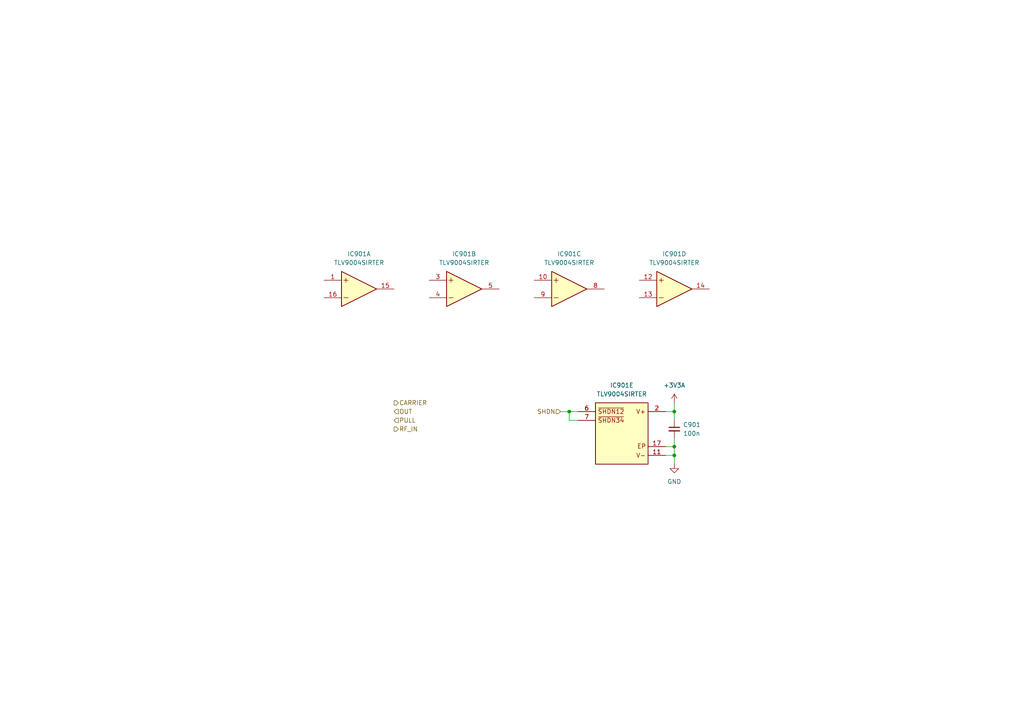
<source format=kicad_sch>
(kicad_sch (version 20230121) (generator eeschema)
  (paper "A4")
  (lib_symbols
    (symbol "Device:C_Small" (pin_numbers hide) (pin_names (offset 0.254) hide)
      (property "Reference" "C" (at 0.254 1.778 0))
      (property "Value" "C_Small" (at 0.254 -2.032 0))
      (symbol "C_Small_0_1"
        (polyline (pts (xy -1.524 -0.508) (xy 1.524 -0.508)) (stroke (width 0.3302)))
        (polyline (pts (xy -1.524 0.508) (xy 1.524 0.508)) (stroke (width 0.3048)))
      )
      (symbol "C_Small_1_1"
        (pin passive line (at 0 2.54 270) (length 2.032) (name "~") (number "1"))
        (pin passive line (at 0 -2.54 90) (length 2.032) (name "~") (number "2"))
      )
    )
    (symbol "TLV9004SIRTER:TLV9004SIRTER" (pin_names hide)
      (property "Reference" "IC" (at 0 10.16 0))
      (property "Value" "TLV9004SIRTER" (at 0 7.62 0))
      (symbol "TLV9004SIRTER_1_1"
        (polyline (pts (xy -4.445 -2.54) (xy -3.175 -2.54)))
        (polyline (pts (xy -4.445 2.54) (xy -3.175 2.54)))
        (polyline (pts (xy -3.81 3.175) (xy -3.81 1.905)))
        (polyline (pts (xy -5.08 5.08) (xy 5.08 0) (xy -5.08 -5.08) (xy -5.08 5.08)) (stroke (width 0.254)) (fill (type background)))
        (pin passive line (at -10.16 2.54 0) (length 5.08) (name "IN1+") (number "1"))
        (pin passive line (at 10.16 0 180) (length 5.08) (name "OUT1") (number "15"))
        (pin passive line (at -10.16 -2.54 0) (length 5.08) (name "IN1-") (number "16"))
      )
      (symbol "TLV9004SIRTER_2_1"
        (polyline (pts (xy -4.445 -2.54) (xy -3.175 -2.54)))
        (polyline (pts (xy -4.445 2.54) (xy -3.175 2.54)))
        (polyline (pts (xy -3.81 3.175) (xy -3.81 1.905)))
        (polyline (pts (xy -5.08 5.08) (xy 5.08 0) (xy -5.08 -5.08) (xy -5.08 5.08)) (stroke (width 0.254)) (fill (type background)))
        (pin passive line (at -10.16 2.54 0) (length 5.08) (name "IN2+") (number "3"))
        (pin passive line (at -10.16 -2.54 0) (length 5.08) (name "IN2-") (number "4"))
        (pin passive line (at 10.16 0 180) (length 5.08) (name "OUT2") (number "5"))
      )
      (symbol "TLV9004SIRTER_3_1"
        (polyline (pts (xy -4.445 -2.54) (xy -3.175 -2.54)))
        (polyline (pts (xy -4.445 2.54) (xy -3.175 2.54)))
        (polyline (pts (xy -3.81 3.175) (xy -3.81 1.905)))
        (polyline (pts (xy -5.08 5.08) (xy 5.08 0) (xy -5.08 -5.08) (xy -5.08 5.08)) (stroke (width 0.254)) (fill (type background)))
        (pin passive line (at -10.16 2.54 0) (length 5.08) (name "IN3+") (number "10"))
        (pin passive line (at 10.16 0 180) (length 5.08) (name "OUT3") (number "8"))
        (pin passive line (at -10.16 -2.54 0) (length 5.08) (name "IN3-") (number "9"))
      )
      (symbol "TLV9004SIRTER_4_1"
        (polyline (pts (xy -4.445 -2.54) (xy -3.175 -2.54)))
        (polyline (pts (xy -4.445 2.54) (xy -3.175 2.54)))
        (polyline (pts (xy -3.81 3.175) (xy -3.81 1.905)))
        (polyline (pts (xy -5.08 5.08) (xy 5.08 0) (xy -5.08 -5.08) (xy -5.08 5.08)) (stroke (width 0.254)) (fill (type background)))
        (pin passive line (at -10.16 2.54 0) (length 5.08) (name "IN4+") (number "12"))
        (pin passive line (at -10.16 -2.54 0) (length 5.08) (name "IN4-") (number "13"))
        (pin passive line (at 10.16 0 180) (length 5.08) (name "OUT4") (number "14"))
      )
      (symbol "TLV9004SIRTER_5_1"
        (rectangle (start -7.62 5.08) (end 7.62 -12.7) (stroke (width 0.254)) (fill (type background)))
        (text "EP" (at 7.073 -7.5004 0) (effects (font (size 1.27 1.27)) (justify right)))
        (text "V+" (at 6.985 2.54 0) (effects (font (size 1.27 1.27)) (justify right)))
        (text "V-" (at 6.985 -10.16 0) (effects (font (size 1.27 1.27)) (justify right)))
        (text "~{SHDN12}" (at -6.985 2.54 0) (effects (font (size 1.27 1.27)) (justify left)))
        (text "~{SHDN34}" (at -6.985 0 0) (effects (font (size 1.27 1.27)) (justify left)))
        (pin passive line (at 12.7 -10.16 180) (length 5.08) (name "V-") (number "11"))
        (pin passive line (at 12.7 -7.62 180) (length 5.08) (name "EP") (number "17"))
        (pin passive line (at 12.7 2.54 180) (length 5.08) (name "V+") (number "2"))
        (pin passive line (at -12.7 2.54 0) (length 5.08) (name "~{SHDN12}") (number "6"))
        (pin passive line (at -12.7 0 0) (length 5.08) (name "~{SHDN34}") (number "7"))
      )
    )
    (symbol "power:GND" (power) (pin_names (offset 0))
      (property "Value" "GND" (at 0 -3.81 0))
      (symbol "GND_0_1"
        (polyline (pts (xy 0 0) (xy 0 -1.27) (xy 1.27 -1.27) (xy 0 -2.54) (xy -1.27 -1.27) (xy 0 -1.27)))
      )
      (symbol "GND_1_1"
        (pin power_in line (at 0 0 270) (length 0) hide (name "GND") (number "1"))
      )
    )
    (symbol "watch_symbols_lib:+3V3A" (power) (pin_names (offset 0))
      (property "Value" "+3V3A" (at 0 3.556 0))
      (symbol "+3V3A_0_1"
        (polyline (pts (xy -0.762 1.27) (xy 0 2.54)))
        (polyline (pts (xy 0 0) (xy 0 2.54)))
        (polyline (pts (xy 0 2.54) (xy 0.762 1.27)))
      )
      (symbol "+3V3A_1_1"
        (pin power_in line (at 0 0 90) (length 0) hide (name "+3V3A") (number "1"))
      )
    )
  )
  (junction (at 195.58 132.08))
  (junction (at 195.58 129.54))
  (junction (at 165.1 119.38))
  (junction (at 195.58 119.38))
  (wire (pts (xy 195.58 119.38) (xy 195.58 121.92)))
  (wire (pts (xy 167.64 121.92) (xy 165.1 121.92)))
  (wire (pts (xy 195.58 129.54) (xy 195.58 132.08)))
  (wire (pts (xy 195.58 127) (xy 195.58 129.54)))
  (wire (pts (xy 195.58 119.38) (xy 193.04 119.38)))
  (wire (pts (xy 195.58 116.84) (xy 195.58 119.38)))
  (wire (pts (xy 193.04 129.54) (xy 195.58 129.54)))
  (wire (pts (xy 162.56 119.38) (xy 165.1 119.38)))
  (wire (pts (xy 193.04 132.08) (xy 195.58 132.08)))
  (wire (pts (xy 165.1 121.92) (xy 165.1 119.38)))
  (wire (pts (xy 195.58 132.08) (xy 195.58 134.62)))
  (wire (pts (xy 165.1 119.38) (xy 167.64 119.38)))
  (hierarchical_label "CARRIER" (shape output) (at 114.3 116.84 0))
  (hierarchical_label "SHDN" (shape input) (at 162.56 119.38 180))
  (hierarchical_label "RF_IN" (shape output) (at 114.3 124.46 0))
  (hierarchical_label "PULL" (shape input) (at 114.3 121.92 0))
  (hierarchical_label "OUT" (shape input) (at 114.3 119.38 0))
  (symbol (lib_id "TLV9004SIRTER:TLV9004SIRTER") (at 195.58 83.82 0) (unit 4)
    (property "Reference" "IC901" (at 195.58 73.66 0))
    (property "Value" "TLV9004SIRTER" (at 195.58 76.2 0))
    (property "Footprint" "watch_footprints:QFN50P300X300X80-17N-D" (effects hide))
    (property "Datasheet" "http://www.ti.com/lit/gpn/tlv9004" (effects hide))
    (property "Height" "0.8" (effects hide))
    (property "Mouser Part Number" "595-TLV9004SIRTER" (effects hide))
    (property "Mouser Price/Stock" "https://www.mouser.co.uk/ProductDetail/Texas-Instruments/TLV9004SIRTER?qs=byeeYqUIh0P0b6lIyMN1Wg%3D%3D" (effects hide))
    (property "Manufacturer_Name" "Texas Instruments" (effects hide))
    (property "Manufacturer_Part_Number" "TLV9004SIRTER" (effects hide))
  )
  (symbol (lib_id "TLV9004SIRTER:TLV9004SIRTER") (at 165.1 83.82 0) (unit 3)
    (property "Reference" "IC901" (at 165.1 73.66 0))
    (property "Value" "TLV9004SIRTER" (at 165.1 76.2 0))
    (property "Footprint" "watch_footprints:QFN50P300X300X80-17N-D" (effects hide))
    (property "Datasheet" "http://www.ti.com/lit/gpn/tlv9004" (effects hide))
    (property "Height" "0.8" (effects hide))
    (property "Mouser Part Number" "595-TLV9004SIRTER" (effects hide))
    (property "Mouser Price/Stock" "https://www.mouser.co.uk/ProductDetail/Texas-Instruments/TLV9004SIRTER?qs=byeeYqUIh0P0b6lIyMN1Wg%3D%3D" (effects hide))
    (property "Manufacturer_Name" "Texas Instruments" (effects hide))
    (property "Manufacturer_Part_Number" "TLV9004SIRTER" (effects hide))
  )
  (symbol (lib_id "Device:C_Small") (at 195.58 124.46 0) (unit 1)
    (property "Reference" "C901" (at 198.12 123.1963 0) (effects (justify left)))
    (property "Value" "100n" (at 198.12 125.7363 0) (effects (justify left)))
    (property "Footprint" "Capacitor_SMD:C_0402_1005Metric" (effects hide))
  )
  (symbol (lib_id "TLV9004SIRTER:TLV9004SIRTER") (at 104.14 83.82 0) (unit 1)
    (property "Reference" "IC901" (at 104.14 73.66 0))
    (property "Value" "TLV9004SIRTER" (at 104.14 76.2 0))
    (property "Footprint" "watch_footprints:QFN50P300X300X80-17N-D" (effects hide))
    (property "Datasheet" "http://www.ti.com/lit/gpn/tlv9004" (effects hide))
    (property "Height" "0.8" (effects hide))
    (property "Mouser Part Number" "595-TLV9004SIRTER" (effects hide))
    (property "Mouser Price/Stock" "https://www.mouser.co.uk/ProductDetail/Texas-Instruments/TLV9004SIRTER?qs=byeeYqUIh0P0b6lIyMN1Wg%3D%3D" (effects hide))
    (property "Manufacturer_Name" "Texas Instruments" (effects hide))
    (property "Manufacturer_Part_Number" "TLV9004SIRTER" (effects hide))
  )
  (symbol (lib_id "TLV9004SIRTER:TLV9004SIRTER") (at 134.62 83.82 0) (unit 2)
    (property "Reference" "IC901" (at 134.62 73.66 0))
    (property "Value" "TLV9004SIRTER" (at 134.62 76.2 0))
    (property "Footprint" "watch_footprints:QFN50P300X300X80-17N-D" (effects hide))
    (property "Datasheet" "http://www.ti.com/lit/gpn/tlv9004" (effects hide))
    (property "Height" "0.8" (effects hide))
    (property "Mouser Part Number" "595-TLV9004SIRTER" (effects hide))
    (property "Mouser Price/Stock" "https://www.mouser.co.uk/ProductDetail/Texas-Instruments/TLV9004SIRTER?qs=byeeYqUIh0P0b6lIyMN1Wg%3D%3D" (effects hide))
    (property "Manufacturer_Name" "Texas Instruments" (effects hide))
    (property "Manufacturer_Part_Number" "TLV9004SIRTER" (effects hide))
  )
  (symbol (lib_id "watch_symbols_lib:+3V3A") (at 195.58 116.84 0) (unit 1)
    (property "Reference" "#PWR0901" (effects hide))
    (property "Value" "+3V3A" (at 195.58 111.76 0))
  )
  (symbol (lib_id "power:GND") (at 195.58 134.62 0) (unit 1)
    (property "Reference" "#PWR0902" (effects hide))
    (property "Value" "GND" (at 195.58 139.7 0))
  )
  (symbol (lib_id "TLV9004SIRTER:TLV9004SIRTER") (at 180.34 121.92 0) (unit 5)
    (property "Reference" "IC901" (at 180.34 111.76 0))
    (property "Value" "TLV9004SIRTER" (at 180.34 114.3 0))
    (property "Footprint" "watch_footprints:QFN50P300X300X80-17N-D" (effects hide))
    (property "Datasheet" "http://www.ti.com/lit/gpn/tlv9004" (effects hide))
    (property "Height" "0.8" (effects hide))
    (property "Mouser Part Number" "595-TLV9004SIRTER" (effects hide))
    (property "Mouser Price/Stock" "https://www.mouser.co.uk/ProductDetail/Texas-Instruments/TLV9004SIRTER?qs=byeeYqUIh0P0b6lIyMN1Wg%3D%3D" (effects hide))
    (property "Manufacturer_Name" "Texas Instruments" (effects hide))
    (property "Manufacturer_Part_Number" "TLV9004SIRTER" (effects hide))
  )
)
</source>
